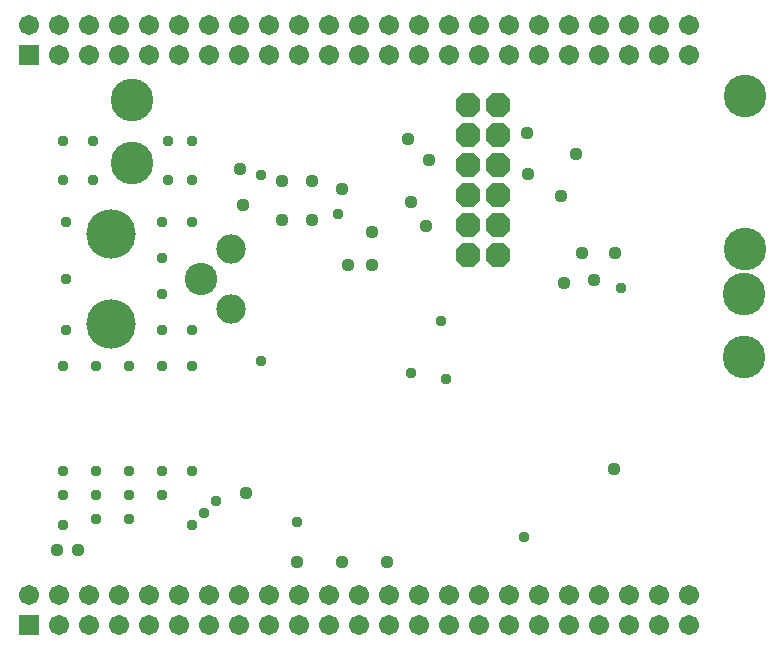
<source format=gbr>
G04 EAGLE Gerber X2 export*
%TF.Part,Single*%
%TF.FileFunction,Soldermask,Bot,1*%
%TF.FilePolarity,Negative*%
%TF.GenerationSoftware,Autodesk,EAGLE,9.1.3*%
%TF.CreationDate,2018-10-12T19:53:35Z*%
G75*
%MOMM*%
%FSLAX34Y34*%
%LPD*%
%AMOC8*
5,1,8,0,0,1.08239X$1,22.5*%
G01*
%ADD10R,1.711200X1.711200*%
%ADD11C,1.711200*%
%ADD12C,3.603200*%
%ADD13P,2.254402X8X112.500000*%
%ADD14C,2.489200*%
%ADD15C,2.743200*%
%ADD16C,4.191000*%
%ADD17C,1.117600*%
%ADD18C,0.959600*%


D10*
X85090Y504190D03*
D11*
X85090Y529590D03*
X110490Y504190D03*
X110490Y529590D03*
X135890Y504190D03*
X135890Y529590D03*
X161290Y504190D03*
X161290Y529590D03*
X186690Y504190D03*
X186690Y529590D03*
X212090Y504190D03*
X212090Y529590D03*
X237490Y504190D03*
X237490Y529590D03*
X262890Y504190D03*
X262890Y529590D03*
X288290Y504190D03*
X288290Y529590D03*
X313690Y504190D03*
X313690Y529590D03*
X339090Y504190D03*
X339090Y529590D03*
X364490Y504190D03*
X364490Y529590D03*
X389890Y504190D03*
X389890Y529590D03*
X415290Y504190D03*
X415290Y529590D03*
X440690Y504190D03*
X440690Y529590D03*
X466090Y504190D03*
X466090Y529590D03*
X491490Y504190D03*
X491490Y529590D03*
X516890Y504190D03*
X516890Y529590D03*
X542290Y504190D03*
X542290Y529590D03*
X567690Y504190D03*
X567690Y529590D03*
X593090Y504190D03*
X593090Y529590D03*
X618490Y504190D03*
X618490Y529590D03*
X643890Y504190D03*
X643890Y529590D03*
D10*
X85090Y21590D03*
D11*
X85090Y46990D03*
X110490Y21590D03*
X110490Y46990D03*
X135890Y21590D03*
X135890Y46990D03*
X161290Y21590D03*
X161290Y46990D03*
X186690Y21590D03*
X186690Y46990D03*
X212090Y21590D03*
X212090Y46990D03*
X237490Y21590D03*
X237490Y46990D03*
X262890Y21590D03*
X262890Y46990D03*
X288290Y21590D03*
X288290Y46990D03*
X313690Y21590D03*
X313690Y46990D03*
X339090Y21590D03*
X339090Y46990D03*
X364490Y21590D03*
X364490Y46990D03*
X389890Y21590D03*
X389890Y46990D03*
X415290Y21590D03*
X415290Y46990D03*
X440690Y21590D03*
X440690Y46990D03*
X466090Y21590D03*
X466090Y46990D03*
X491490Y21590D03*
X491490Y46990D03*
X516890Y21590D03*
X516890Y46990D03*
X542290Y21590D03*
X542290Y46990D03*
X567690Y21590D03*
X567690Y46990D03*
X593090Y21590D03*
X593090Y46990D03*
X618490Y21590D03*
X618490Y46990D03*
X643890Y21590D03*
X643890Y46990D03*
D12*
X691134Y469676D03*
X691134Y340076D03*
X690880Y302036D03*
X690880Y248636D03*
X172720Y412720D03*
X172720Y466120D03*
D13*
X482600Y335280D03*
X457200Y335280D03*
X482600Y360680D03*
X457200Y360680D03*
X482600Y386080D03*
X457200Y386080D03*
X482600Y411480D03*
X457200Y411480D03*
X482600Y436880D03*
X457200Y436880D03*
X482600Y462280D03*
X457200Y462280D03*
D14*
X256540Y289560D03*
X256540Y340360D03*
D15*
X231140Y314960D03*
D16*
X154940Y353060D03*
X154940Y276860D03*
D17*
X350520Y391160D03*
X266700Y377190D03*
X299720Y364490D03*
X264160Y407670D03*
X299720Y397510D03*
X325120Y397510D03*
X325120Y364490D03*
X375920Y354330D03*
X375920Y326390D03*
X355600Y326390D03*
X553720Y336550D03*
X581660Y336550D03*
X563880Y313690D03*
X538480Y311150D03*
X408940Y379730D03*
X421640Y359410D03*
X406400Y433070D03*
X424180Y415290D03*
X127000Y85090D03*
X109220Y85090D03*
X269240Y133350D03*
X388620Y74930D03*
X350520Y74930D03*
X312420Y74930D03*
X548640Y420370D03*
X535940Y384810D03*
D18*
X281940Y245110D03*
X281940Y402590D03*
D17*
X506730Y438150D03*
X507750Y403610D03*
D18*
X312420Y109220D03*
X586740Y307340D03*
X114300Y431800D03*
X139700Y431800D03*
X203200Y431800D03*
X223520Y431800D03*
X223520Y398780D03*
X203200Y398780D03*
X139700Y398780D03*
X114300Y398780D03*
X223520Y363220D03*
X198120Y332740D03*
X198120Y363220D03*
X116840Y271780D03*
X198120Y241300D03*
X142240Y241300D03*
X198120Y271780D03*
X223520Y271780D03*
X114300Y132080D03*
X114300Y106680D03*
X142240Y111760D03*
X142240Y132080D03*
X170180Y132080D03*
X170180Y111760D03*
X198120Y132080D03*
X223520Y106680D03*
X116840Y363220D03*
X114300Y241300D03*
X198120Y302260D03*
X170180Y241300D03*
X243840Y127000D03*
X233680Y116840D03*
X114300Y152400D03*
X142240Y152400D03*
X170180Y152400D03*
X198120Y152400D03*
X223520Y152400D03*
X223520Y241300D03*
X116840Y314960D03*
D17*
X580390Y153988D03*
D18*
X504500Y96000D03*
X408940Y234950D03*
X438150Y229870D03*
X434340Y279400D03*
X347262Y370122D03*
M02*

</source>
